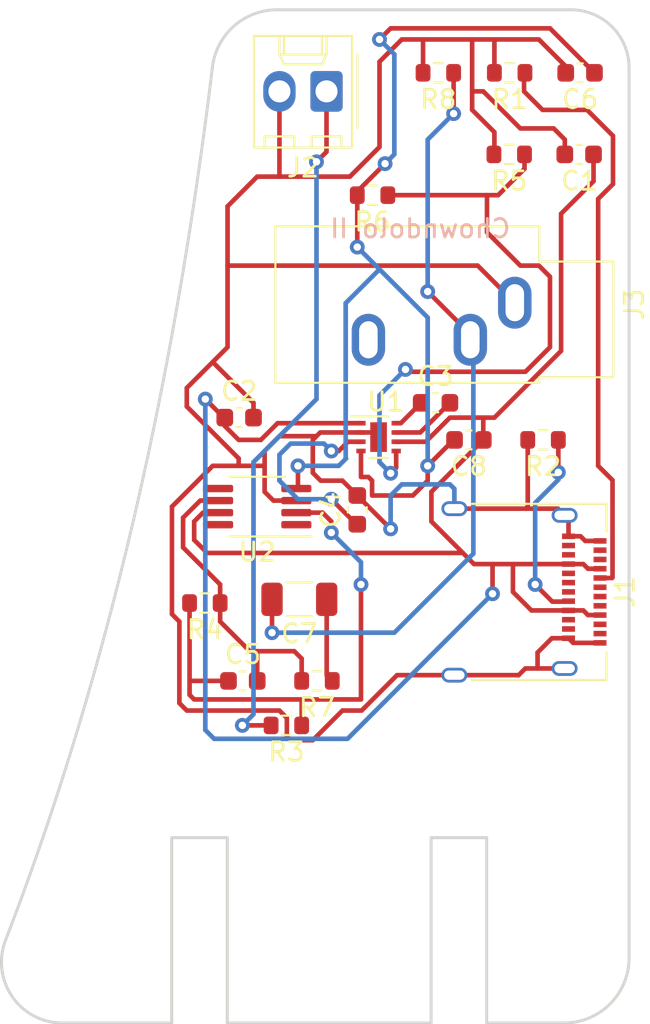
<source format=kicad_pcb>
(kicad_pcb (version 20211014) (generator pcbnew)
  (layers (0 "F.Cu" signal) (31 "B.Cu" signal) (34 "B.Paste" user) (35 "F.Paste" user) (36 "B.SilkS" user "B.Silkscreen") (37 "F.SilkS" user "F.Silkscreen") (38 "B.Mask" user) (39 "F.Mask" user) (44 "Edge.Cuts" user))
  (net 0 "")
  (net 1 "+5V")
  (net 2 "GND")
  (net 3 "Net-(C3-Pad1)")
  (net 4 "Net-(C3-Pad2)")
  (net 5 "Net-(C4-Pad1)")
  (net 6 "Net-(C5-Pad1)")
  (net 7 "Net-(C5-Pad2)")
  (net 8 "-5V")
  (net 9 "Net-(C7-Pad1)")
  (net 10 "/OUTPUT0")
  (net 13 "Net-(J1-PadA5)")
  (net 21 "Net-(J1-PadB5)")
  (net 27 "/INPUT0")
  (net 28 "Net-(R5-Pad1)")
  (footprint "Capacitor_SMD:C_0603_1608Metric" (layer "F.Cu") (at 124.025 85.4)
    (fp_text reference "C2" (at 0 -1.43) (layer "F.SilkS"))
    (fp_text value "4.7uF")
    (fp_line (start -0.14058 0.51) (end 0.14058 0.51) (layer "F.SilkS") (width 0.12))
    (fp_line (start -0.14058 -0.51) (end 0.14058 -0.51) (layer "F.SilkS") (width 0.12))
    (pad "1" smd roundrect (at -0.775 0) (size 0.9 0.95) (layers "F.Cu" "F.Paste" "F.Mask") (net 1 "+5V"))
    (pad "2" smd roundrect (at 0.775 0) (size 0.9 0.95) (layers "F.Cu" "F.Paste" "F.Mask") (net 2 "GND"))
  )
  (footprint "Capacitor_SMD:C_0603_1608Metric" (layer "F.Cu") (at 134.625 84.6)
    (fp_text reference "C3" (at 0 -1.43) (layer "F.SilkS"))
    (fp_text value "1uF")
    (fp_line (start -0.14058 0.51) (end 0.14058 0.51) (layer "F.SilkS") (width 0.12))
    (fp_line (start -0.14058 -0.51) (end 0.14058 -0.51) (layer "F.SilkS") (width 0.12))
    (pad "1" smd roundrect (at -0.775 0) (size 0.9 0.95) (layers "F.Cu" "F.Paste" "F.Mask") (net 3 "Net-(C3-Pad1)"))
    (pad "2" smd roundrect (at 0.775 0) (size 0.9 0.95) (layers "F.Cu" "F.Paste" "F.Mask") (net 4 "Net-(C3-Pad2)"))
  )
  (footprint "Resistor_SMD:R_0603_1608Metric" (layer "F.Cu") (at 126.575 102 180)
    (fp_text reference "R3" (at 0 -1.43) (layer "F.SilkS"))
    (fp_text value "4.7")
    (fp_line (start -0.237258 0.5225) (end 0.237258 0.5225) (layer "F.SilkS") (width 0.12))
    (fp_line (start -0.237258 -0.5225) (end 0.237258 -0.5225) (layer "F.SilkS") (width 0.12))
    (pad "1" smd roundrect (at -0.825 0 180) (size 0.8 0.95) (layers "F.Cu" "F.Paste" "F.Mask") (net 6 "Net-(C5-Pad1)"))
    (pad "2" smd roundrect (at 0.825 0 180) (size 0.8 0.95) (layers "F.Cu" "F.Paste" "F.Mask") (net 27 "/INPUT0"))
  )
  (footprint "Capacitor_SMD:C_0603_1608Metric" (layer "F.Cu") (at 136.425 86.6 180)
    (fp_text reference "C8" (at 0 -1.43) (layer "F.SilkS"))
    (fp_text value "0.1uF")
    (fp_line (start -0.14058 -0.51) (end 0.14058 -0.51) (layer "F.SilkS") (width 0.12))
    (fp_line (start -0.14058 0.51) (end 0.14058 0.51) (layer "F.SilkS") (width 0.12))
    (pad "1" smd roundrect (at -0.775 0 180) (size 0.9 0.95) (layers "F.Cu" "F.Paste" "F.Mask") (net 1 "+5V"))
    (pad "2" smd roundrect (at 0.775 0 180) (size 0.9 0.95) (layers "F.Cu" "F.Paste" "F.Mask") (net 8 "-5V"))
  )
  (footprint "Connector_Audio:Jack_3.5mm_CUI_SJ1-3533NG_Horizontal" (layer "F.Cu") (at 138.9 79.2 -90)
    (fp_text reference "J3" (at 0.1 -6.45 90) (layer "F.SilkS"))
    (fp_text value "AudioJack2")
    (fp_line (start -4.12 -1.32) (end -2.22 -1.32) (layer "F.SilkS") (width 0.12))
    (fp_line (start 4.32 12.92) (end -4.12 12.92) (layer "F.SilkS") (width 0.12))
    (fp_line (start -2.22 -1.32) (end -2.22 -5.32) (layer "F.SilkS") (width 0.12))
    (fp_line (start -2.22 -5.32) (end 4.02 -5.32) (layer "F.SilkS") (width 0.12))
    (fp_line (start 4.02 -5.32) (end 4.02 -1.32) (layer "F.SilkS") (width 0.12))
    (fp_line (start 4.02 -1.32) (end 4.32 -1.32) (layer "F.SilkS") (width 0.12))
    (fp_line (start -4.12 12.92) (end -4.12 -1.32) (layer "F.SilkS") (width 0.12))
    (fp_line (start 4.32 -1.32) (end 4.32 12.92) (layer "F.SilkS") (width 0.12))
    (pad "R" thru_hole oval (at 2 7.9 270) (size 2.8 1.8) (drill oval 2 1) (layers *.Cu *.Mask))
    (pad "S" thru_hole oval (at 0 0 270) (size 2.8 1.8) (drill oval 2 1) (layers *.Cu *.Mask) (net 2 "GND"))
    (pad "T" thru_hole oval (at 2 2.4 270) (size 2.8 1.8) (drill oval 2 1) (layers *.Cu *.Mask) (net 10 "/OUTPUT0"))
  )
  (footprint "Capacitor_SMD:C_0603_1608Metric" (layer "F.Cu") (at 124.225 99.6)
    (fp_text reference "C5" (at 0 -1.43) (layer "F.SilkS"))
    (fp_text value "1.0uF")
    (fp_line (start -0.14058 -0.51) (end 0.14058 -0.51) (layer "F.SilkS") (width 0.12))
    (fp_line (start -0.14058 0.51) (end 0.14058 0.51) (layer "F.SilkS") (width 0.12))
    (pad "1" smd roundrect (at -0.775 0) (size 0.9 0.95) (layers "F.Cu" "F.Paste" "F.Mask") (net 6 "Net-(C5-Pad1)"))
    (pad "2" smd roundrect (at 0.775 0) (size 0.9 0.95) (layers "F.Cu" "F.Paste" "F.Mask") (net 7 "Net-(C5-Pad2)"))
  )
  (footprint "Resistor_SMD:R_0603_1608Metric" (layer "F.Cu") (at 138.625 66.8 180)
    (fp_text reference "R1" (at 0 -1.43) (layer "F.SilkS"))
    (fp_text value "5.1k")
    (fp_line (start -0.237258 -0.5225) (end 0.237258 -0.5225) (layer "F.SilkS") (width 0.12))
    (fp_line (start -0.237258 0.5225) (end 0.237258 0.5225) (layer "F.SilkS") (width 0.12))
    (pad "1" smd roundrect (at -0.825 0 180) (size 0.8 0.95) (layers "F.Cu" "F.Paste" "F.Mask") (net 13 "Net-(J1-PadA5)"))
    (pad "2" smd roundrect (at 0.825 0 180) (size 0.8 0.95) (layers "F.Cu" "F.Paste" "F.Mask") (net 2 "GND"))
  )
  (footprint "Capacitor_SMD:C_0603_1608Metric" (layer "F.Cu") (at 142.425 66.8 180)
    (fp_text reference "C6" (at 0 -1.43) (layer "F.SilkS"))
    (fp_text value "2.2uF")
    (fp_line (start -0.14058 0.51) (end 0.14058 0.51) (layer "F.SilkS") (width 0.12))
    (fp_line (start -0.14058 -0.51) (end 0.14058 -0.51) (layer "F.SilkS") (width 0.12))
    (pad "1" smd roundrect (at -0.775 0 180) (size 0.9 0.95) (layers "F.Cu" "F.Paste" "F.Mask") (net 8 "-5V"))
    (pad "2" smd roundrect (at 0.775 0 180) (size 0.9 0.95) (layers "F.Cu" "F.Paste" "F.Mask") (net 2 "GND"))
  )
  (footprint "Resistor_SMD:R_0603_1608Metric" (layer "F.Cu") (at 128.225 99.6 180)
    (fp_text reference "R7" (at 0 -1.43) (layer "F.SilkS"))
    (fp_text value "100")
    (fp_line (start -0.237258 -0.5225) (end 0.237258 -0.5225) (layer "F.SilkS") (width 0.12))
    (fp_line (start -0.237258 0.5225) (end 0.237258 0.5225) (layer "F.SilkS") (width 0.12))
    (pad "1" smd roundrect (at -0.825 0 180) (size 0.8 0.95) (layers "F.Cu" "F.Paste" "F.Mask") (net 9 "Net-(C7-Pad1)"))
    (pad "2" smd roundrect (at 0.825 0 180) (size 0.8 0.95) (layers "F.Cu" "F.Paste" "F.Mask") (net 7 "Net-(C5-Pad2)"))
  )
  (footprint "Connector_USB:USB_C_Receptacle_Amphenol_12401610E4-2A" (layer "F.Cu") (at 138.48 94.8 -90)
    (fp_text reference "J1" (at 0 -6.36 90) (layer "F.SilkS"))
    (fp_text value "USB_C_Receptacle")
    (fp_line (start 4.75 -5.37) (end 4.75 1.89) (layer "F.SilkS") (width 0.12))
    (fp_line (start -4.75 -5.37) (end -3.25 -5.37) (layer "F.SilkS") (width 0.12))
    (fp_line (start 3.25 -5.37) (end 4.75 -5.37) (layer "F.SilkS") (width 0.12))
    (fp_line (start -4.75 -5.37) (end -4.75 1.89) (layer "F.SilkS") (width 0.12))
    (pad "" np_thru_hole circle (at -3.6 -4.36 270) (size 0.65 0.65) (drill 0.65) (layers *.Cu *.Mask))
    (pad "" np_thru_hole oval (at 3.6 -4.36 270) (size 0.95 0.65) (drill oval 0.95 0.65) (layers *.Cu *.Mask))
    (pad "A1" smd rect (at -2.75 -5.02 270) (size 0.3 0.7) (layers "F.Cu" "F.Paste" "F.Mask") (net 2 "GND"))
    (pad "A2" smd rect (at -2.25 -5.02 270) (size 0.3 0.7) (layers "F.Cu" "F.Paste" "F.Mask"))
    (pad "A3" smd rect (at -1.75 -5.02 270) (size 0.3 0.7) (layers "F.Cu" "F.Paste" "F.Mask"))
    (pad "A4" smd rect (at -1.25 -5.02 270) (size 0.3 0.7) (layers "F.Cu" "F.Paste" "F.Mask") (net 1 "+5V"))
    (pad "A5" smd rect (at -0.75 -5.02 270) (size 0.3 0.7) (layers "F.Cu" "F.Paste" "F.Mask") (net 13 "Net-(J1-PadA5)"))
    (pad "A6" smd rect (at -0.25 -5.02 270) (size 0.3 0.7) (layers "F.Cu" "F.Paste" "F.Mask"))
    (pad "A7" smd rect (at 0.25 -5.02 270) (size 0.3 0.7) (layers "F.Cu" "F.Paste" "F.Mask"))
    (pad "A8" smd rect (at 0.75 -5.02 270) (size 0.3 0.7) (layers "F.Cu" "F.Paste" "F.Mask"))
    (pad "A9" smd rect (at 1.25 -5.02 270) (size 0.3 0.7) (layers "F.Cu" "F.Paste" "F.Mask") (net 1 "+5V"))
    (pad "A10" smd rect (at 1.75 -5.02 270) (size 0.3 0.7) (layers "F.Cu" "F.Paste" "F.Mask"))
    (pad "A11" smd rect (at 2.25 -5.02 270) (size 0.3 0.7) (layers "F.Cu" "F.Paste" "F.Mask"))
    (pad "A12" smd rect (at 2.75 -5.02 270) (size 0.3 0.7) (layers "F.Cu" "F.Paste" "F.Mask") (net 2 "GND"))
    (pad "B1" smd rect (at 2.5 -3.32 270) (size 0.3 0.7) (layers "F.Cu" "F.Paste" "F.Mask") (net 2 "GND"))
    (pad "B2" smd rect (at 2 -3.32 270) (size 0.3 0.7) (layers "F.Cu" "F.Paste" "F.Mask"))
    (pad "B3" smd rect (at 1.5 -3.32 270) (size 0.3 0.7) (layers "F.Cu" "F.Paste" "F.Mask"))
    (pad "B4" smd rect (at 1 -3.32 270) (size 0.3 0.7) (layers "F.Cu" "F.Paste" "F.Mask") (net 1 "+5V"))
    (pad "B5" smd rect (at 0.5 -3.32 270) (size 0.3 0.7) (layers "F.Cu" "F.Paste" "F.Mask") (net 21 "Net-(J1-PadB5)"))
    (pad "B6" smd rect (at 0 -3.32 270) (size 0.3 0.7) (layers "F.Cu" "F.Paste" "F.Mask"))
    (pad "B7" smd rect (at -0.5 -3.32 270) (size 0.3 0.7) (layers "F.Cu" "F.Paste" "F.Mask"))
    (pad "B8" smd rect (at -1 -3.32 270) (size 0.3 0.7) (layers "F.Cu" "F.Paste" "F.Mask"))
    (pad "B9" smd rect (at -1.5 -3.32 270) (size 0.3 0.7) (layers "F.Cu" "F.Paste" "F.Mask") (net 1 "+5V"))
    (pad "B10" smd rect (at -2 -3.32 270) (size 0.3 0.7) (layers "F.Cu" "F.Paste" "F.Mask"))
    (pad "B11" smd rect (at -2.5 -3.32 270) (size 0.3 0.7) (layers "F.Cu" "F.Paste" "F.Mask"))
    (pad "B12" smd rect (at -3 -3.32 270) (size 0.3 0.7) (layers "F.Cu" "F.Paste" "F.Mask") (net 2 "GND"))
    (pad "S1" thru_hole oval (at -4.13 -3.11 270) (size 0.8 1.4) (drill oval 0.5 1.1) (layers *.Cu *.Mask) (net 2 "GND"))
    (pad "S1" thru_hole oval (at 4.13 -3.11 270) (size 0.8 1.4) (drill oval 0.5 1.1) (layers *.Cu *.Mask) (net 2 "GND"))
    (pad "S1" thru_hole oval (at 4.49 2.84 270) (size 0.8 1.4) (drill oval 0.5 1.1) (layers *.Cu *.Mask) (net 2 "GND"))
    (pad "S1" thru_hole oval (at -4.49 2.84 270) (size 0.8 1.4) (drill oval 0.5 1.1) (layers *.Cu *.Mask) (net 2 "GND"))
  )
  (footprint "Resistor_SMD:R_0603_1608Metric" (layer "F.Cu") (at 134.775 66.8 180)
    (fp_text reference "R8" (at 0 -1.43) (layer "F.SilkS"))
    (fp_text value "100k")
    (fp_line (start -0.237258 0.5225) (end 0.237258 0.5225) (layer "F.SilkS") (width 0.12))
    (fp_line (start -0.237258 -0.5225) (end 0.237258 -0.5225) (layer "F.SilkS") (width 0.12))
    (pad "1" smd roundrect (at -0.825 0 180) (size 0.8 0.95) (layers "F.Cu" "F.Paste" "F.Mask") (net 10 "/OUTPUT0"))
    (pad "2" smd roundrect (at 0.825 0 180) (size 0.8 0.95) (layers "F.Cu" "F.Paste" "F.Mask") (net 2 "GND"))
  )
  (footprint "Package_SON:WSON-8-1EP_2x2mm_P0.5mm_EP0.9x1.6mm" (layer "F.Cu") (at 131.55 86.45)
    (fp_text reference "U1" (at 0.38 -1.9) (layer "F.SilkS"))
    (fp_text value "LM27761")
    (fp_line (start -1.5 -1.12) (end 0.5 -1.12) (layer "F.SilkS") (width 0.12))
    (fp_line (start 0.5 1.12) (end -0.5 1.12) (layer "F.SilkS") (width 0.12))
    (pad "1" smd rect (at -0.95 -0.75) (size 0.5 0.25) (layers "F.Cu" "F.Paste" "F.Mask") (net 1 "+5V"))
    (pad "2" smd rect (at -0.95 -0.25) (size 0.5 0.25) (layers "F.Cu" "F.Paste" "F.Mask") (net 2 "GND"))
    (pad "3" smd rect (at -0.95 0.25) (size 0.5 0.25) (layers "F.Cu" "F.Paste" "F.Mask") (net 5 "Net-(C4-Pad1)"))
    (pad "4" smd rect (at -0.95 0.75) (size 0.5 0.25) (layers "F.Cu" "F.Paste" "F.Mask") (net 8 "-5V"))
    (pad "5" smd rect (at 0.95 0.75) (size 0.5 0.25) (layers "F.Cu" "F.Paste" "F.Mask") (net 28 "Net-(R5-Pad1)"))
    (pad "6" smd rect (at 0.95 0.25) (size 0.5 0.25) (layers "F.Cu" "F.Paste" "F.Mask") (net 1 "+5V"))
    (pad "7" smd rect (at 0.95 -0.25) (size 0.5 0.25) (layers "F.Cu" "F.Paste" "F.Mask") (net 4 "Net-(C3-Pad2)"))
    (pad "8" smd rect (at 0.95 -0.75) (size 0.5 0.25) (layers "F.Cu" "F.Paste" "F.Mask") (net 3 "Net-(C3-Pad1)"))
    (pad "9" smd rect (at 0 0) (size 0.9 1.6) (layers "F.Cu" "F.Mask") (net 2 "GND"))
  )
  (footprint "Package_SO:MSOP-8_3x3mm_P0.65mm" (layer "F.Cu") (at 125 90.2 180)
    (fp_text reference "U2" (at 0 -2.45) (layer "F.SilkS"))
    (fp_text value "ADA4522-1")
    (fp_line (start 0 1.61) (end -1.5 1.61) (layer "F.SilkS") (width 0.12))
    (fp_line (start 0 -1.61) (end 1.5 -1.61) (layer "F.SilkS") (width 0.12))
    (fp_line (start 0 1.61) (end 1.5 1.61) (layer "F.SilkS") (width 0.12))
    (fp_line (start 0 -1.61) (end -2.925 -1.61) (layer "F.SilkS") (width 0.12))
    (pad "1" smd roundrect (at -2.1125 -0.975 180) (size 1.625 0.4) (layers "F.Cu" "F.Paste" "F.Mask"))
    (pad "2" smd roundrect (at -2.1125 -0.325 180) (size 1.625 0.4) (layers "F.Cu" "F.Paste" "F.Mask") (net 6 "Net-(C5-Pad1)"))
    (pad "3" smd roundrect (at -2.1125 0.325 180) (size 1.625 0.4) (layers "F.Cu" "F.Paste" "F.Mask") (net 2 "GND"))
    (pad "4" smd roundrect (at -2.1125 0.975 180) (size 1.625 0.4) (layers "F.Cu" "F.Paste" "F.Mask") (net 8 "-5V"))
    (pad "5" smd roundrect (at 2.1125 0.975 180) (size 1.625 0.4) (layers "F.Cu" "F.Paste" "F.Mask"))
    (pad "6" smd roundrect (at 2.1125 0.325 180) (size 1.625 0.4) (layers "F.Cu" "F.Paste" "F.Mask") (net 7 "Net-(C5-Pad2)"))
    (pad "7" smd roundrect (at 2.1125 -0.325 180) (size 1.625 0.4) (layers "F.Cu" "F.Paste" "F.Mask") (net 1 "+5V"))
    (pad "8" smd roundrect (at 2.1125 -0.975 180) (size 1.625 0.4) (layers "F.Cu" "F.Paste" "F.Mask"))
  )
  (footprint "Capacitor_SMD:C_0603_1608Metric" (layer "F.Cu") (at 142.375 71.2 180)
    (fp_text reference "C1" (at 0 -1.43) (layer "F.SilkS"))
    (fp_text value "0.1uF")
    (fp_line (start -0.14058 0.51) (end 0.14058 0.51) (layer "F.SilkS") (width 0.12))
    (fp_line (start -0.14058 -0.51) (end 0.14058 -0.51) (layer "F.SilkS") (width 0.12))
    (pad "1" smd roundrect (at -0.775 0 180) (size 0.9 0.95) (layers "F.Cu" "F.Paste" "F.Mask") (net 1 "+5V"))
    (pad "2" smd roundrect (at 0.775 0 180) (size 0.9 0.95) (layers "F.Cu" "F.Paste" "F.Mask") (net 2 "GND"))
  )
  (footprint "Resistor_SMD:R_0603_1608Metric" (layer "F.Cu") (at 131.225 73.4 180)
    (fp_text reference "R6" (at 0 -1.43) (layer "F.SilkS"))
    (fp_text value "150k")
    (fp_line (start -0.237258 -0.5225) (end 0.237258 -0.5225) (layer "F.SilkS") (width 0.12))
    (fp_line (start -0.237258 0.5225) (end 0.237258 0.5225) (layer "F.SilkS") (width 0.12))
    (pad "1" smd roundrect (at -0.825 0 180) (size 0.8 0.95) (layers "F.Cu" "F.Paste" "F.Mask") (net 28 "Net-(R5-Pad1)"))
    (pad "2" smd roundrect (at 0.825 0 180) (size 0.8 0.95) (layers "F.Cu" "F.Paste" "F.Mask") (net 8 "-5V"))
  )
  (footprint "Resistor_SMD:R_0603_1608Metric" (layer "F.Cu") (at 138.6 71.2 180)
    (fp_text reference "R5" (at 0 -1.43) (layer "F.SilkS"))
    (fp_text value "51k")
    (fp_line (start -0.237258 -0.5225) (end 0.237258 -0.5225) (layer "F.SilkS") (width 0.12))
    (fp_line (start -0.237258 0.5225) (end 0.237258 0.5225) (layer "F.SilkS") (width 0.12))
    (pad "1" smd roundrect (at -0.825 0 180) (size 0.8 0.95) (layers "F.Cu" "F.Paste" "F.Mask") (net 28 "Net-(R5-Pad1)"))
    (pad "2" smd roundrect (at 0.825 0 180) (size 0.8 0.95) (layers "F.Cu" "F.Paste" "F.Mask") (net 2 "GND"))
  )
  (footprint "Connector_Molex:Molex_KK-254_AE-6410-02A_1x02_P2.54mm_Vertical" (layer "F.Cu") (at 128.74 67.8 180)
    (fp_text reference "J2" (at 1.27 -4.12) (layer "F.SilkS"))
    (fp_text value "Conn_01x02")
    (fp_line (start 2.54 1.99) (end 2.54 2.99) (layer "F.SilkS") (width 0.12))
    (fp_line (start -0.8 -3.03) (end -0.8 -2.43) (layer "F.SilkS") (width 0.12))
    (fp_line (start -1.38 2.99) (end 3.92 2.99) (layer "F.SilkS") (width 0.12))
    (fp_line (start -0.8 -2.43) (end 0.8 -2.43) (layer "F.SilkS") (width 0.12))
    (fp_line (start 0 1.99) (end 0.25 1.46) (layer "F.SilkS") (width 0.12))
    (fp_line (start 3.34 -2.43) (end 3.34 -3.03) (layer "F.SilkS") (width 0.12))
    (fp_line (start 3.92 2.99) (end 3.92 -3.03) (layer "F.SilkS") (width 0.12))
    (fp_line (start -1.67 -2) (end -1.67 2) (layer "F.SilkS") (width 0.12))
    (fp_line (start 2.29 2.99) (end 2.29 1.99) (layer "F.SilkS") (width 0.12))
    (fp_line (start 1.74 -3.03) (end 1.74 -2.43) (layer "F.SilkS") (width 0.12))
    (fp_line (start 0.25 2.99) (end 0.25 1.99) (layer "F.SilkS") (width 0.12))
    (fp_line (start 0 1.99) (end 2.54 1.99) (layer "F.SilkS") (width 0.12))
    (fp_line (start 3.92 -3.03) (end -1.38 -3.03) (layer "F.SilkS") (width 0.12))
    (fp_line (start 0.8 -2.43) (end 0.8 -3.03) (layer "F.SilkS") (width 0.12))
    (fp_line (start 2.29 1.46) (end 2.54 1.99) (layer "F.SilkS") (width 0.12))
    (fp_line (start -1.38 -3.03) (end -1.38 2.99) (layer "F.SilkS") (width 0.12))
    (fp_line (start 0 2.99) (end 0 1.99) (layer "F.SilkS") (width 0.12))
    (fp_line (start 1.74 -2.43) (end 3.34 -2.43) (layer "F.SilkS") (width 0.12))
    (fp_line (start 0.25 1.46) (end 2.29 1.46) (layer "F.SilkS") (width 0.12))
    (pad "1" thru_hole roundrect (at 0 0 180) (size 1.74 2.19) (drill 1.19) (layers *.Cu *.Mask) (roundrect_rratio 0.1436781609) (net 27 "/INPUT0"))
    (pad "2" thru_hole oval (at 2.54 0 180) (size 1.74 2.19) (drill 1.19) (layers *.Cu *.Mask) (net 2 "GND"))
  )
  (footprint "Resistor_SMD:R_0603_1608Metric" (layer "F.Cu") (at 122.175 95.4 180)
    (fp_text reference "R4" (at 0 -1.43) (layer "F.SilkS"))
    (fp_text value "220k")
    (fp_line (start -0.237258 0.5225) (end 0.237258 0.5225) (layer "F.SilkS") (width 0.12))
    (fp_line (start -0.237258 -0.5225) (end 0.237258 -0.5225) (layer "F.SilkS") (width 0.12))
    (pad "1" smd roundrect (at -0.825 0 180) (size 0.8 0.95) (layers "F.Cu" "F.Paste" "F.Mask") (net 7 "Net-(C5-Pad2)"))
    (pad "2" smd roundrect (at 0.825 0 180) (size 0.8 0.95) (layers "F.Cu" "F.Paste" "F.Mask") (net 6 "Net-(C5-Pad1)"))
  )
  (footprint "Capacitor_SMD:C_1206_3216Metric" (layer "F.Cu") (at 127.275 95.2 180)
    (fp_text reference "C7" (at 0 -1.85) (layer "F.SilkS"))
    (fp_text value "47uF")
    (fp_line (start -0.711252 -0.91) (end 0.711252 -0.91) (layer "F.SilkS") (width 0.12))
    (fp_line (start -0.711252 0.91) (end 0.711252 0.91) (layer "F.SilkS") (width 0.12))
    (pad "1" smd roundrect (at -1.475 0 180) (size 1.15 1.8) (layers "F.Cu" "F.Paste" "F.Mask") (roundrect_rratio 0.2173913043) (net 9 "Net-(C7-Pad1)"))
    (pad "2" smd roundrect (at 1.475 0 180) (size 1.15 1.8) (layers "F.Cu" "F.Paste" "F.Mask") (roundrect_rratio 0.2173913043) (net 10 "/OUTPUT0"))
  )
  (footprint "Capacitor_SMD:C_0603_1608Metric" (layer "F.Cu") (at 130.4 90.375 90)
    (fp_text reference "C4" (at 0 -1.43 90) (layer "F.SilkS"))
    (fp_text value "4.7uF")
    (fp_line (start -0.14058 -0.51) (end 0.14058 -0.51) (layer "F.SilkS") (width 0.12))
    (fp_line (start -0.14058 0.51) (end 0.14058 0.51) (layer "F.SilkS") (width 0.12))
    (pad "1" smd roundrect (at -0.775 0 90) (size 0.9 0.95) (layers "F.Cu" "F.Paste" "F.Mask") (net 5 "Net-(C4-Pad1)"))
    (pad "2" smd roundrect (at 0.775 0 90) (size 0.9 0.95) (layers "F.Cu" "F.Paste" "F.Mask") (net 2 "GND"))
  )
  (footprint "Resistor_SMD:R_0603_1608Metric" (layer "F.Cu") (at 140.425 86.6 180)
    (fp_text reference "R2" (at 0 -1.43) (layer "F.SilkS"))
    (fp_text value "5.1k")
    (fp_line (start -0.237258 0.5225) (end 0.237258 0.5225) (layer "F.SilkS") (width 0.12))
    (fp_line (start -0.237258 -0.5225) (end 0.237258 -0.5225) (layer "F.SilkS") (width 0.12))
    (pad "1" smd roundrect (at -0.825 0 180) (size 0.8 0.95) (layers "F.Cu" "F.Paste" "F.Mask") (net 21 "Net-(J1-PadB5)"))
    (pad "2" smd roundrect (at 0.825 0 180) (size 0.8 0.95) (layers "F.Cu" "F.Paste" "F.Mask") (net 2 "GND"))
  )
  (gr_line (start 141.935291 63.4) (end 126.06471 63.4) (layer "Edge.Cuts") (width 0.16))
  (gr_arc (start 122.586205 66.481456) (mid 123.741176 64.281168) (end 126.06471 63.4) (layer "Edge.Cuts") (width 0.16))
  (gr_line (start 134.385447 118.054839) (end 134.385447 108.054839) (layer "Edge.Cuts") (width 0.16))
  (gr_curve (pts (xy 122.586205 66.481456) (xy 120.437052 84.170283) (xy 116.715164 99.871401) (xy 111.420543 113.584808)) (layer "Edge.Cuts") (width 0.16))
  (gr_line (start 120.385447 108.054839) (end 123.385447 108.054839) (layer "Edge.Cuts") (width 0.16))
  (gr_line (start 145.068408 114.544333) (end 145.068408 66.533117) (layer "Edge.Cuts") (width 0.16))
  (gr_line (start 134.385447 108.054839) (end 137.385447 108.054839) (layer "Edge.Cuts") (width 0.16))
  (gr_line (start 137.385447 118.054839) (end 141.557902 118.054839) (layer "Edge.Cuts") (width 0.16))
  (gr_line (start 120.385447 118.054839) (end 114.486332 118.054839) (layer "Edge.Cuts") (width 0.16))
  (gr_line (start 123.385447 108.054839) (end 123.385447 118.054839) (layer "Edge.Cuts") (width 0.16))
  (gr_arc (start 141.935291 63.4) (mid 144.150745 64.317664) (end 145.068408 66.533117) (layer "Edge.Cuts") (width 0.16))
  (gr_arc (start 114.486332 118.054839) (mid 111.776147 116.627276) (end 111.420543 113.584808) (layer "Edge.Cuts") (width 0.16))
  (gr_arc (start 145.068408 114.544333) (mid 144.040195 117.026618) (end 141.557902 118.054839) (layer "Edge.Cuts") (width 0.16))
  (gr_line (start 120.385447 108.054839) (end 120.385447 118.054839) (layer "Edge.Cuts") (width 0.16))
  (gr_line (start 137.385447 108.054839) (end 137.385447 118.054839) (layer "Edge.Cuts") (width 0.16))
  (gr_line (start 123.385447 118.054839) (end 134.385447 118.054839) (layer "Edge.Cuts") (width 0.16))
  (gr_text "Chowndolo II" (at 133.8 75.2) (layer "B.SilkS") (effects (font (size 1 1)) (justify mirror)))
  (segment (start 142.6 93.3) (end 142.85 93.55) (width 0.25) (layer "F.Cu") (net 1))
  (segment (start 134.4 91) (end 136.1 92.7) (width 0.25) (layer "F.Cu") (net 1))
  (segment (start 138.8 94.8) (end 138.8 93.4) (width 0.25) (layer "F.Cu") (net 1))
  (segment (start 141.8 93.3) (end 142.6 93.3) (width 0.25) (layer "F.Cu") (net 1))
  (segment (start 139.8 95.8) (end 138.8 94.8) (width 0.25) (layer "F.Cu") (net 1))
  (segment (start 121.6 91) (end 121.6 92) (width 0.25) (layer "F.Cu") (net 1))
  (segment (start 121.6 92) (end 122.3 92.7) (width 0.25) (layer "F.Cu") (net 1))
  (segment (start 122.8875 90.525) (end 122.075 90.525) (width 0.25) (layer "F.Cu") (net 1))
  (segment (start 122.075 90.525) (end 121.6 91) (width 0.25) (layer "F.Cu") (net 1))
  (segment (start 141.8 95.8) (end 139.8 95.8) (width 0.25) (layer "F.Cu") (net 1))
  (segment (start 137.8 85.4) (end 137.2 85.4) (width 0.25) (layer "F.Cu") (net 1))
  (segment (start 143.15 72.65) (end 141.4 74.4) (width 0.25) (layer "F.Cu") (net 1))
  (segment (start 130.6 85.7) (end 126.1 85.7) (width 0.25) (layer "F.Cu") (net 1))
  (segment (start 141.8 95.8) (end 142.6 95.8) (width 0.25) (layer "F.Cu") (net 1))
  (segment (start 134.1 86.7) (end 135.4 85.4) (width 0.25) (layer "F.Cu") (net 1))
  (segment (start 142.85 96.05) (end 143.5 96.05) (width 0.25) (layer "F.Cu") (net 1))
  (segment (start 136.1 92.7) (end 136.7 93.3) (width 0.25) (layer "F.Cu") (net 1))
  (segment (start 123.2 85.4) (end 122.2 84.4) (width 0.25) (layer "F.Cu") (net 1))
  (segment (start 142.85 93.55) (end 143.5 93.55) (width 0.25) (layer "F.Cu") (net 1))
  (segment (start 134.4 89.4) (end 137.2 86.6) (width 0.25) (layer "F.Cu") (net 1))
  (segment (start 123.25 85.4) (end 123.2 85.4) (width 0.25) (layer "F.Cu") (net 1))
  (segment (start 142.6 95.8) (end 142.85 96.05) (width 0.25) (layer "F.Cu") (net 1))
  (segment (start 132.5 86.7) (end 134.1 86.7) (width 0.25) (layer "F.Cu") (net 1))
  (segment (start 137.7 93.3) (end 138.9 93.3) (width 0.25) (layer "F.Cu") (net 1))
  (segment (start 137.2 85.4) (end 137.2 86.6) (width 0.25) (layer "F.Cu") (net 1))
  (segment (start 125.2 86.6) (end 124 86.6) (width 0.25) (layer "F.Cu") (net 1))
  (segment (start 141.4 81.8) (end 137.8 85.4) (width 0.25) (layer "F.Cu") (net 1))
  (segment (start 126.1 85.7) (end 125.2 86.6) (width 0.25) (layer "F.Cu") (net 1))
  (segment (start 140.3 93.3) (end 141.8 93.3) (width 0.25) (layer "F.Cu") (net 1))
  (segment (start 136.1 92.7) (end 122.3 92.7) (width 0.25) (layer "F.Cu") (net 1))
  (segment (start 136.7 93.3) (end 137.7 93.3) (width 0.25) (layer "F.Cu") (net 1))
  (segment (start 124 86.6) (end 123.25 85.85) (width 0.25) (layer "F.Cu") (net 1))
  (segment (start 143.15 71.2) (end 143.15 72.65) (width 0.25) (layer "F.Cu") (net 1))
  (segment (start 123.25 85.85) (end 123.25 85.4) (width 0.25) (layer "F.Cu") (net 1))
  (segment (start 137.7 94.9) (end 137.7 93.3) (width 0.25) (layer "F.Cu") (net 1))
  (segment (start 134.4 89.4) (end 134.4 91) (width 0.25) (layer "F.Cu") (net 1))
  (segment (start 135.4 85.4) (end 137.2 85.4) (width 0.25) (layer "F.Cu") (net 1))
  (segment (start 138.8 93.4) (end 138.9 93.3) (width 0.25) (layer "F.Cu") (net 1))
  (segment (start 141.4 74.4) (end 141.4 81.8) (width 0.25) (layer "F.Cu") (net 1))
  (segment (start 138.9 93.3) (end 140.3 93.3) (width 0.25) (layer "F.Cu") (net 1))
  (via (at 122.2 84.4) (size 0.8) (drill 0.4) (layers "F.Cu" "B.Cu") (net 1))
  (via (at 137.7 94.9) (size 0.8) (drill 0.4) (layers "F.Cu" "B.Cu") (net 1))
  (segment (start 122.2 102.25) (end 122.675 102.725) (width 0.25) (layer "B.Cu") (net 1))
  (segment (start 129.875 102.725) (end 137.7 94.9) (width 0.25) (layer "B.Cu") (net 1))
  (segment (start 122.2 84.4) (end 122.2 102.25) (width 0.25) (layer "B.Cu") (net 1))
  (segment (start 137.7 94.9) (end 137.8 94.8) (width 0.25) (layer "B.Cu") (net 1))
  (segment (start 122.675 102.725) (end 129.875 102.725) (width 0.25) (layer "B.Cu") (net 1))
  (segment (start 122.6 82.4) (end 121.2 83.8) (width 0.25) (layer "F.Cu") (net 2))
  (segment (start 126.2 67.8) (end 126.2 72.4) (width 0.25) (layer "F.Cu") (net 2))
  (segment (start 123.4 81.6) (end 122.6 82.4) (width 0.25) (layer "F.Cu") (net 2))
  (segment (start 141.59 98.93) (end 140.13 98.93) (width 0.25) (layer "F.Cu") (net 2))
  (segment (start 136.6 67.8) (end 136.6 68.8) (width 0.25) (layer "F.Cu") (net 2))
  (segment (start 143.5 97.55) (end 142.05 97.55) (width 0.25) (layer "F.Cu") (net 2))
  (segment (start 138.9 79.2) (end 136.9 77.2) (width 0.25) (layer "F.Cu") (net 2))
  (segment (start 140.9 97.3) (end 140.13 98.07) (width 0.25) (layer "F.Cu") (net 2))
  (segment (start 142.700049 92.05) (end 143.5 92.05) (width 0.25) (layer "F.Cu") (net 2))
  (segment (start 136.6 65) (end 134 65) (width 0.25) (layer "F.Cu") (net 2))
  (segment (start 126.8 102.8) (end 128 102.8) (width 0.25) (layer "F.Cu") (net 2))
  (segment (start 139.49 90.31) (end 141.23 90.31) (width 0.25) (layer "F.Cu") (net 2))
  (segment (start 140.13 98.07) (end 140.13 98.93) (width 0.25) (layer "F.Cu") (net 2))
  (segment (start 141.65 66.8) (end 141.65 66.45) (width 0.25) (layer "F.Cu") (net 2))
  (segment (start 121.2 84.8) (end 124 87.6) (width 0.25) (layer "F.Cu") (net 2))
  (segment (start 125.875 89.875) (end 127.1125 89.875) (width 0.25) (layer "F.Cu") (net 2))
  (segment (start 122.6 88) (end 120.4 90.2) (width 0.25) (layer "F.Cu") (net 2))
  (segment (start 140.2 65) (end 137.8 65) (width 0.25) (layer "F.Cu") (net 2))
  (segment (start 130 72.4) (end 126.2 72.4) (width 0.25) (layer "F.Cu") (net 2))
  (segment (start 137.8 70) (end 137.8 71.175) (width 0.25) (layer "F.Cu") (net 2))
  (segment (start 124.8 84.6) (end 122.6 82.4) (width 0.25) (layer "F.Cu") (net 2))
  (segment (start 131.3 86.2) (end 131.55 86.45) (width 0.25) (layer "F.Cu") (net 2))
  (segment (start 132.8 65) (end 131.6 66.2) (width 0.25) (layer "F.Cu") (net 2))
  (segment (start 141.8 97.3) (end 140.9 97.3) (width 0.25) (layer "F.Cu") (net 2))
  (segment (start 137.8 66.8) (end 137.8 65) (width 0.25) (layer "F.Cu") (net 2))
  (segment (start 137.8 71.175) (end 137.775 71.2) (width 0.25) (layer "F.Cu") (net 2))
  (segment (start 131.6 66.2) (end 131.6 70.8) (width 0.25) (layer "F.Cu") (net 2))
  (segment (start 131.6 70.8) (end 130 72.4) (width 0.25) (layer "F.Cu") (net 2))
  (segment (start 137.8 65) (end 136.6 65) (width 0.25) (layer "F.Cu") (net 2))
  (segment (start 124.8 85.4) (end 124.8 84.6) (width 0.25) (layer "F.Cu") (net 2))
  (segment (start 136.6 68.8) (end 137.8 70) (width 0.25) (layer "F.Cu") (net 2))
  (segment (start 137.2 67.8) (end 139.2 69.8) (width 0.25) (layer "F.Cu") (net 2))
  (segment (start 124 87.6) (end 124 88) (width 0.25) (layer "F.Cu") (net 2))
  (segment (start 126.2 86.4) (end 128.2 86.4) (width 0.25) (layer "F.Cu") (net 2))
  (segment (start 134 65) (end 132.8 65) (width 0.25) (layer "F.Cu") (net 2))
  (segment (start 123.4 77.2) (end 123.4 81.6) (width 0.25) (layer "F.Cu") (net 2))
  (segment (start 128 102.8) (end 129.6 101.2) (width 0.25) (layer "F.Cu") (net 2))
  (segment (start 139.6 86.6) (end 139.6 90.2) (width 0.25) (layer "F.Cu") (net 2))
  (segment (start 120.8 100.8) (end 121.2 101.2) (width 0.25) (layer "F.Cu") (net 2))
  (segment (start 139.09 99.29) (end 139.1 99.3) (width 0.25) (layer "F.Cu") (net 2))
  (segment (start 128.424695 88.8) (end 129.6 88.8) (width 0.25) (layer "F.Cu") (net 2))
  (segment (start 125.4 88) (end 125.4 89.4) (width 0.25) (layer "F.Cu") (net 2))
  (segment (start 141.65 66.45) (end 140.2 65) (width 0.25) (layer "F.Cu") (net 2))
  (segment (start 129.6 88.8) (end 130.4 89.6) (width 0.25) (layer "F.Cu") (net 2))
  (segment (start 133.95 66.8) (end 133.95 65.05) (width 0.25) (layer "F.Cu") (net 2))
  (segment (start 128.4 86.2) (end 128.2 86.4) (width 0.25) (layer "F.Cu") (net 2))
  (segment (start 135.64 99.29) (end 139.09 99.29) (width 0.25) (layer "F.Cu") (net 2))
  (segment (start 139.2 69.8) (end 141 69.8) (width 0.25) (layer "F.Cu") (net 2))
  (segment (start 136.9 77.2) (end 123.4 77.2) (width 0.25) (layer "F.Cu") (net 2))
  (segment (start 141.8 91.8) (end 142.450049 91.8) (width 0.25) (layer "F.Cu") (net 2))
  (segment (start 126.6 101.6) (end 126.6 102.6) (width 0.25) (layer "F.Cu") (net 2))
  (segment (start 126.2 72.4) (end 125 72.4) (width 0.25) (layer "F.Cu") (net 2))
  (segment (start 139.47 98.93) (end 139.1 99.3) (width 0.25) (layer "F.Cu") (net 2))
  (segment (start 123.4 74) (end 123.4 77.2) (width 0.25) (layer "F.Cu") (net 2))
  (segment (start 141.8 90.88) (end 141.59 90.67) (width 0.25) (layer "F.Cu") (net 2))
  (segment (start 133.95 65.05) (end 134 65) (width 0.25) (layer "F.Cu") (net 2))
  (segment (start 120.4 96) (end 120.8 96.4) (width 0.25) (layer "F.Cu") (net 2))
  (segment (start 140.13 98.93) (end 139.47 98.93) (width 0.25) (layer "F.Cu") (net 2))
  (segment (start 126.2 101.2) (end 126.6 101.6) (width 0.25) (layer "F.Cu") (net 2))
  (segment (start 141.8 91.8) (end 141.8 90.88) (width 0.25) (layer "F.Cu") (net 2))
  (segment (start 135.64 90.31) (end 139.49 90.31) (width 0.25) (layer "F.Cu") (net 2))
  (segment (start 124 88) (end 122.6 88) (width 0.25) (layer "F.Cu") (net 2))
  (segment (start 125.4 87.2) (end 126.2 86.4) (width 0.25) (layer "F.Cu") (net 2))
  (segment (start 125 72.4) (end 123.4 74) (width 0.25) (layer "F.Cu") (net 2))
  (segment (start 126.6 102.6) (end 126.8 102.8) (width 0.25) (layer "F.Cu") (net 2))
  (segment (start 132.546396 99.29) (end 135.64 99.29) (width 0.25) (layer "F.Cu") (net 2))
  (segment (start 141.6 70.4) (end 141.6 71.2) (width 0.25) (layer "F.Cu") (net 2))
  (segment (start 130.636396 101.2) (end 132.546396 99.29) (width 0.25) (layer "F.Cu") (net 2))
  (segment (start 141.23 90.31) (end 141.59 90.67) (width 0.25) (layer "F.Cu") (net 2))
  (segment (start 120.8 96.4) (end 120.8 100.8) (width 0.25) (layer "F.Cu") (net 2))
  (segment (start 130.4 89.6) (end 132.2 91.4) (width 0.25) (layer "F.Cu") (net 2))
  (segment (start 130.6 86.2) (end 128.4 86.2) (width 0.25) (layer "F.Cu") (net 2))
  (segment (start 124 88) (end 125.4 88) (width 0.25) (layer "F.Cu") (net 2))
  (segment (start 139.6 90.2) (end 139.49 90.31) (width 0.25) (layer "F.Cu") (net 2))
  (segment (start 125.4 87.2) (end 125.4 88) (width 0.25) (layer "F.Cu") (net 2))
  (segment (start 129.6 101.2) (end 130.636396 101.2) (width 0.25) (layer "F.Cu") (net 2))
  (segment (start 136.6 67.8) (end 137.2 67.8) (width 0.25) (layer "F.Cu") (net 2))
  (segment (start 128 88.375305) (end 128.424695 88.8) (width 0.25) (layer "F.Cu") (net 2))
  (segment (start 121.2 101.2) (end 126.2 101.2) (width 0.25) (layer "F.Cu") (net 2))
  (segment (start 121.2 83.8) (end 121.2 84.8) (width 0.25) (layer "F.Cu") (net 2))
  (segment (start 125.4 89.4) (end 125.875 89.875) (width 0.25) (layer "F.Cu") (net 2))
  (segment (start 141 69.8) (end 141.6 70.4) (width 0.25) (layer "F.Cu") (net 2))
  (segment (start 136.6 65) (end 136.6 67.8) (width 0.25) (layer "F.Cu") (net 2))
  (segment (start 128.2 86.4) (end 128 86.6) (width 0.25) (layer "F.Cu") (net 2))
  (segment (start 128 86.6) (end 128 88.375305) (width 0.25) (layer "F.Cu") (net 2))
  (segment (start 142.450049 91.8) (end 142.700049 92.05) (width 0.25) (layer "F.Cu") (net 2))
  (segment (start 120.4 90.2) (end 120.4 96) (width 0.25) (layer "F.Cu") (net 2))
  (segment (start 130.6 86.2) (end 131.3 86.2) (width 0.25) (layer "F.Cu") (net 2))
  (segment (start 142.05 97.55) (end 141.8 97.3) (width 0.25) (layer "F.Cu") (net 2))
  (via (at 132.2 91.4) (size 0.8) (drill 0.4) (layers "F.Cu" "B.Cu") (net 2))
  (segment (start 135.4 89) (end 135.64 89.24) (width 0.25) (layer "B.Cu") (net 2))
  (segment (start 132.2 89.6) (end 132.8 89) (width 0.25) (layer "B.Cu") (net 2))
  (segment (start 132.2 91.4) (end 132.2 89.6) (width 0.25) (layer "B.Cu") (net 2))
  (segment (start 135.64 89.24) (end 135.64 90.31) (width 0.25) (layer "B.Cu") (net 2))
  (segment (start 132.8 89) (end 135.4 89) (width 0.25) (layer "B.Cu") (net 2))
  (segment (start 132.75 85.7) (end 133.85 84.6) (width 0.25) (layer "F.Cu") (net 3))
  (segment (start 132.5 85.7) (end 132.75 85.7) (width 0.25) (layer "F.Cu") (net 3))
  (segment (start 132.5 86.2) (end 133.8 86.2) (width 0.25) (layer "F.Cu") (net 4))
  (segment (start 133.8 86.2) (end 135.4 84.6) (width 0.25) (layer "F.Cu") (net 4))
  (segment (start 130.4 91.15) (end 130.35 91.15) (width 0.25) (layer "F.Cu") (net 5))
  (segment (start 129.9 86.7) (end 130.6 86.7) (width 0.25) (layer "F.Cu") (net 5))
  (segment (start 130.35 91.15) (end 129 89.8) (width 0.25) (layer "F.Cu") (net 5))
  (segment (start 129 87.2) (end 129.4 87.2) (width 0.25) (layer "F.Cu") (net 5))
  (segment (start 129.4 87.2) (end 129.9 86.7) (width 0.25) (layer "F.Cu") (net 5))
  (via (at 129 87.2) (size 0.8) (drill 0.4) (layers "F.Cu" "B.Cu") (net 5))
  (via (at 129 89.8) (size 0.8) (drill 0.4) (layers "F.Cu" "B.Cu") (net 5))
  (segment (start 128.6 86.8) (end 129 87.2) (width 0.25) (layer "B.Cu") (net 5))
  (segment (start 129 89.8) (end 127.2 89.8) (width 0.25) (layer "B.Cu") (net 5))
  (segment (start 127.2 89.8) (end 126.2 88.8) (width 0.25) (layer "B.Cu") (net 5))
  (segment (start 126.2 87.4) (end 126.8 86.8) (width 0.25) (layer "B.Cu") (net 5))
  (segment (start 126.2 88.8) (end 126.2 87.4) (width 0.25) (layer "B.Cu") (net 5))
  (segment (start 126.8 86.8) (end 128.6 86.8) (width 0.25) (layer "B.Cu") (net 5))
  (segment (start 130.6 94.4) (end 130.6 100.6) (width 0.25) (layer "F.Cu") (net 6))
  (segment (start 129 91) (end 129 91.6) (width 0.25) (layer "F.Cu") (net 6))
  (segment (start 128.525 90.525) (end 129 91) (width 0.25) (layer "F.Cu") (net 6))
  (segment (start 121.35 99.55) (end 121.35 100.35) (width 0.25) (layer "F.Cu") (net 6))
  (segment (start 127.1125 90.525) (end 128.525 90.525) (width 0.25) (layer "F.Cu") (net 6))
  (segment (start 127.4 100.6) (end 130.6 100.6) (width 0.25) (layer "F.Cu") (net 6))
  (segment (start 121.4 99.6) (end 121.35 99.55) (width 0.25) (layer "F.Cu") (net 6))
  (segment (start 121.35 95.4) (end 121.35 99.55) (width 0.25) (layer "F.Cu") (net 6))
  (segment (start 123.45 99.6) (end 121.4 99.6) (width 0.25) (layer "F.Cu") (net 6))
  (segment (start 121.6 100.6) (end 127.4 100.6) (width 0.25) (layer "F.Cu") (net 6))
  (segment (start 127.4 102) (end 127.4 100.6) (width 0.25) (layer "F.Cu") (net 6))
  (segment (start 121.35 100.35) (end 121.6 100.6) (width 0.25) (layer "F.Cu") (net 6))
  (via (at 129 91.6) (size 0.8) (drill 0.4) (layers "F.Cu" "B.Cu") (net 6))
  (via (at 130.6 94.4) (size 0.8) (drill 0.4) (layers "F.Cu" "B.Cu") (net 6))
  (segment (start 129 91.6) (end 130.6 93.2) (width 0.25) (layer "B.Cu") (net 6))
  (segment (start 130.6 93.2) (end 130.6 94.4) (width 0.25) (layer "B.Cu") (net 6))
  (segment (start 121 92.4) (end 123 94.4) (width 0.25) (layer "F.Cu") (net 7))
  (segment (start 127.4 98.4) (end 127.4 99.6) (width 0.25) (layer "F.Cu") (net 7))
  (segment (start 122.8875 89.875) (end 121.925 89.875) (width 0.25) (layer "F.Cu") (net 7))
  (segment (start 121.925 89.875) (end 121 90.8) (width 0.25) (layer "F.Cu") (net 7))
  (segment (start 124.6 98) (end 125 98) (width 0.25) (layer "F.Cu") (net 7))
  (segment (start 125 99.6) (end 125 98) (width 0.25) (layer "F.Cu") (net 7))
  (segment (start 123 96.4) (end 124.6 98) (width 0.25) (layer "F.Cu") (net 7))
  (segment (start 125 98) (end 127 98) (width 0.25) (layer "F.Cu") (net 7))
  (segment (start 127 98) (end 127.4 98.4) (width 0.25) (layer "F.Cu") (net 7))
  (segment (start 121 90.8) (end 121 92.4) (width 0.25) (layer "F.Cu") (net 7))
  (segment (start 123 94.4) (end 123 95.4) (width 0.25) (layer "F.Cu") (net 7))
  (segment (start 123 95.4) (end 123 96.4) (width 0.25) (layer "F.Cu") (net 7))
  (segment (start 130.6 87.2) (end 130.6 88.6) (width 0.25) (layer "F.Cu") (net 8))
  (segment (start 127.2 88) (end 127.2 89.1375) (width 0.25) (layer "F.Cu") (net 8))
  (segment (start 127.2 89.1375) (end 127.1125 89.225) (width 0.25) (layer "F.Cu") (net 8))
  (segment (start 132.2 64.4) (end 131.6 65) (width 0.25) (layer "F.Cu") (net 8))
  (segment (start 143.2 66.8) (end 140.8 64.4) (width 0.25) (layer "F.Cu") (net 8))
  (segment (start 131.2 88.8) (end 131.2 89.6) (width 0.25) (layer "F.Cu") (net 8))
  (segment (start 130.4 73.4) (end 130.4 73.2) (width 0.25) (layer "F.Cu") (net 8))
  (segment (start 134 88.2) (end 134.2 88) (width 0.25) (layer "F.Cu") (net 8))
  (segment (start 131.2 89.6) (end 133.4 89.6) (width 0.25) (layer "F.Cu") (net 8))
  (segment (start 134.2 88.8) (end 134.2 88) (width 0.25) (layer "F.Cu") (net 8))
  (segment (start 135.65 86.6) (end 135.6 86.6) (width 0.25) (layer "F.Cu") (net 8))
  (segment (start 133.4 89.6) (end 134.2 88.8) (width 0.25) (layer "F.Cu") (net 8))
  (segment (start 130.4 73.4) (end 130.4 76.2) (width 0.25) (layer "F.Cu") (net 8))
  (segment (start 135.6 86.6) (end 134.2 88) (width 0.25) (layer "F.Cu") (net 8))
  (segment (start 140.8 64.4) (end 132.2 64.4) (width 0.25) (layer "F.Cu") (net 8))
  (segment (start 130.4 73.2) (end 131.9 71.7) (width 0.25) (layer "F.Cu") (net 8))
  (segment (start 131 88.6) (end 131.2 88.8) (width 0.25) (layer "F.Cu") (net 8))
  (segment (start 130.6 88.6) (end 131 88.6) (width 0.25) (layer "F.Cu") (net 8))
  (via (at 131.6 65) (size 0.8) (drill 0.4) (layers "F.Cu" "B.Cu") (net 8))
  (via (at 131.9 71.7) (size 0.8) (drill 0.4) (layers "F.Cu" "B.Cu") (net 8))
  (via (at 134.2 88) (size 0.8) (drill 0.4) (layers "F.Cu" "B.Cu") (net 8))
  (via (at 127.2 88) (size 0.8) (drill 0.4) (layers "F.Cu" "B.Cu") (net 8))
  (via (at 130.4 76.2) (size 0.8) (drill 0.4) (layers "F.Cu" "B.Cu") (net 8))
  (segment (start 132.4 71.2) (end 131.9 71.7) (width 0.25) (layer "B.Cu") (net 8))
  (segment (start 129.775 79.225) (end 131.6 77.4) (width 0.25) (layer "B.Cu") (net 8))
  (segment (start 129.4 88) (end 129.8 87.6) (width 0.25) (layer "B.Cu") (net 8))
  (segment (start 131.6 65) (end 132.4 65.8) (width 0.25) (layer "B.Cu") (net 8))
  (segment (start 129.8 87.6) (end 129.775 87.575) (width 0.25) (layer "B.Cu") (net 8))
  (segment (start 132.4 65.8) (end 132.4 71.2) (width 0.25) (layer "B.Cu") (net 8))
  (segment (start 131.9 71.7) (end 131.8 71.8) (width 0.25) (layer "B.Cu") (net 8))
  (segment (start 130.4 76.2) (end 131.6 77.4) (width 0.25) (layer "B.Cu") (net 8))
  (segment (start 127.2 88) (end 129.4 88) (width 0.25) (layer "B.Cu") (net 8))
  (segment (start 131.6 77.4) (end 134.2 80) (width 0.25) (layer "B.Cu") (net 8))
  (segment (start 134.2 80) (end 134.2 88) (width 0.25) (layer "B.Cu") (net 8))
  (segment (start 129.775 87.575) (end 129.775 79.225) (width 0.25) (layer "B.Cu") (net 8))
  (segment (start 128.75 99.3) (end 129.05 99.6) (width 0.25) (layer "F.Cu") (net 9))
  (segment (start 128.75 95.2) (end 128.75 99.3) (width 0.25) (layer "F.Cu") (net 9))
  (segment (start 125.8 95.2) (end 125.8 97) (width 0.25) (layer "F.Cu") (net 10))
  (segment (start 136.5 81.2) (end 136.5 80.9) (width 0.25) (layer "F.Cu") (net 10))
  (segment (start 135.6 66.8) (end 135.6 69) (width 0.25) (layer "F.Cu") (net 10))
  (segment (start 136.5 80.9) (end 134.2 78.6) (width 0.25) (layer "F.Cu") (net 10))
  (via (at 134.2 78.6) (size 0.8) (drill 0.4) (layers "F.Cu" "B.Cu") (net 10))
  (via (at 135.6 69) (size 0.8) (drill 0.4) (layers "F.Cu" "B.Cu") (net 10))
  (via (at 125.8 97) (size 0.8) (drill 0.4) (layers "F.Cu" "B.Cu") (net 10))
  (segment (start 134.2 70.4) (end 135.6 69) (width 0.25) (layer "B.Cu") (net 10))
  (segment (start 136.665 81.365) (end 136.665 92.735) (width 0.25) (layer "B.Cu") (net 10))
  (segment (start 136.5 81.2) (end 136.665 81.365) (width 0.25) (layer "B.Cu") (net 10))
  (segment (start 134.2 78.6) (end 134.2 70.4) (width 0.25) (layer "B.Cu") (net 10))
  (segment (start 132.4 97) (end 125.8 97) (width 0.25) (layer "B.Cu") (net 10))
  (segment (start 136.665 92.735) (end 132.4 97) (width 0.25) (layer "B.Cu") (net 10))
  (segment (start 139.4 66.85) (end 139.45 66.8) (width 0.25) (layer "F.Cu") (net 13))
  (segment (start 143.4 73.6) (end 144.2 72.8) (width 0.25) (layer "F.Cu") (net 13))
  (segment (start 144.2 70.2) (end 142.8 68.8) (width 0.25) (layer "F.Cu") (net 13))
  (segment (start 140.4 68.8) (end 139.4 67.8) (width 0.25) (layer "F.Cu") (net 13))
  (segment (start 144.175 94.025) (end 144.175 88.775) (width 0.25) (layer "F.Cu") (net 13))
  (segment (start 143.4 88) (end 143.4 73.6) (width 0.25) (layer "F.Cu") (net 13))
  (segment (start 142.8 68.8) (end 140.4 68.8) (width 0.25) (layer "F.Cu") (net 13))
  (segment (start 144.175 88.775) (end 143.4 88) (width 0.25) (layer "F.Cu") (net 13))
  (segment (start 143.5 94.05) (end 144.15 94.05) (width 0.25) (layer "F.Cu") (net 13))
  (segment (start 144.15 94.05) (end 144.175 94.025) (width 0.25) (layer "F.Cu") (net 13))
  (segment (start 139.4 67.8) (end 139.4 66.85) (width 0.25) (layer "F.Cu") (net 13))
  (segment (start 144.2 72.8) (end 144.2 70.2) (width 0.25) (layer "F.Cu") (net 13))
  (segment (start 141.25 88.35) (end 141.2 88.4) (width 0.25) (layer "F.Cu") (net 21))
  (segment (start 140.925 95.325) (end 141.4 95.325) (width 0.25) (layer "F.Cu") (net 21))
  (segment (start 141.25 86.6) (end 141.25 88.35) (width 0.25) (layer "F.Cu") (net 21))
  (segment (start 140 94.4) (end 140.925 95.325) (width 0.25) (layer "F.Cu") (net 21))
  (via (at 140 94.4) (size 0.8) (drill 0.4) (layers "F.Cu" "B.Cu") (net 21))
  (via (at 141.25 88.35) (size 0.8) (drill 0.4) (layers "F.Cu" "B.Cu") (net 21))
  (segment (start 141.25 88.35) (end 141.25 88.75) (width 0.25) (layer "B.Cu") (net 21))
  (segment (start 141.25 88.75) (end 140 90) (width 0.25) (layer "B.Cu") (net 21))
  (segment (start 140 90) (end 140 94.4) (width 0.25) (layer "B.Cu") (net 21))
  (segment (start 125.75 102) (end 124.2 102) (width 0.25) (layer "F.Cu") (net 27))
  (segment (start 128.74 71.06) (end 128.2 71.6) (width 0.25) (layer "F.Cu") (net 27))
  (segment (start 128.74 67.8) (end 128.74 71.06) (width 0.25) (layer "F.Cu") (net 27))
  (via (at 128.2 71.6) (size 0.8) (drill 0.4) (layers "F.Cu" "B.Cu") (net 27))
  (via (at 124.2 102) (size 0.8) (drill 0.4) (layers "F.Cu" "B.Cu") (net 27))
  (segment (start 128.2 84.4) (end 124.8 87.8) (width 0.25) (layer "B.Cu") (net 27))
  (segment (start 124.8 101.4) (end 124.2 102) (width 0.25) (layer "B.Cu") (net 27))
  (segment (start 124.8 87.8) (end 124.8 101.4) (width 0.25) (layer "B.Cu") (net 27))
  (segment (start 128.2 71.6) (end 128.2 84.4) (width 0.25) (layer "B.Cu") (net 27))
  (segment (start 137.4 75.4) (end 139.2 77.2) (width 0.25) (layer "F.Cu") (net 28))
  (segment (start 132.05 73.4) (end 137.4 73.4) (width 0.25) (layer "F.Cu") (net 28))
  (segment (start 132.5 88.1) (end 132.2 88.4) (width 0.25) (layer "F.Cu") (net 28))
  (segment (start 137.4 73.4) (end 138 73.4) (width 0.25) (layer "F.Cu") (net 28))
  (segment (start 139.425 71.975) (end 139.425 71.2) (width 0.25) (layer "F.Cu") (net 28))
  (segment (start 139.475 82.925) (end 133.125 82.925) (width 0.25) (layer "F.Cu") (net 28))
  (segment (start 140.8 81.6) (end 139.475 82.925) (width 0.25) (layer "F.Cu") (net 28))
  (segment (start 133.125 82.925) (end 133 82.8) (width 0.25) (layer "F.Cu") (net 28))
  (segment (start 140.2 77.2) (end 140.8 77.8) (width 0.25) (layer "F.Cu") (net 28))
  (segment (start 140.8 77.8) (end 140.8 81.6) (width 0.25) (layer "F.Cu") (net 28))
  (segment (start 132.5 87.2) (end 132.5 88.1) (width 0.25) (layer "F.Cu") (net 28))
  (segment (start 138 73.4) (end 139.425 71.975) (width 0.25) (layer "F.Cu") (net 28))
  (segment (start 139.2 77.2) (end 140.2 77.2) (width 0.25) (layer "F.Cu") (net 28))
  (segment (start 137.4 73.4) (end 137.4 75.4) (width 0.25) (layer "F.Cu") (net 28))
  (via (at 133 82.8) (size 0.8) (drill 0.4) (layers "F.Cu" "B.Cu") (net 28))
  (via (at 132.2 88.4) (size 0.8) (drill 0.4) (layers "F.Cu" "B.Cu") (net 28))
  (segment (start 131.6 84.2) (end 131.6 87.8) (width 0.25) (layer "B.Cu") (net 28))
  (segment (start 133 82.8) (end 131.6 84.2) (width 0.25) (layer "B.Cu") (net 28))
  (segment (start 131.6 87.8) (end 132.2 88.4) (width 0.25) (layer "B.Cu") (net 28))
)
</source>
